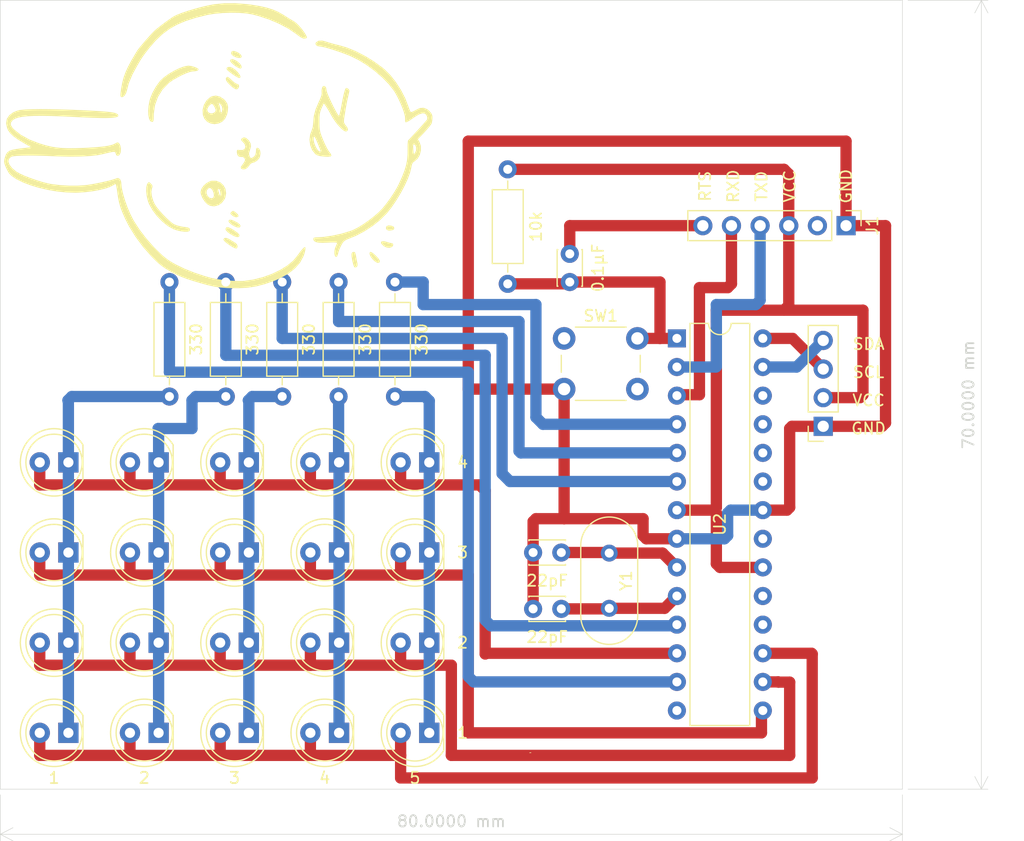
<source format=kicad_pcb>
(kicad_pcb (version 20240108) (generator "pcbnew") (generator_version "8.0")
  (layers (0 "F.Cu" signal) (31 "B.Cu" signal) (34 "B.Paste" user) (35 "F.Paste" user) (36 "B.SilkS" user "B.Silkscreen") (37 "F.SilkS" user "F.Silkscreen") (38 "B.Mask" user) (39 "F.Mask" user) (44 "Edge.Cuts" user))
  (net 0 "")
  (net 1 "Net-(U2-XTAL1{slash}PB6)")
  (net 2 "GND")
  (net 3 "Net-(U2-XTAL2{slash}PB7)")
  (net 4 "Net-(U2-~{RESET}{slash}PC6)")
  (net 5 "Net-(J1-Pin_6)")
  (net 6 "low1")
  (net 7 "high1")
  (net 8 "low2")
  (net 9 "low3")
  (net 10 "low4")
  (net 11 "low5")
  (net 12 "high2")
  (net 13 "high3")
  (net 14 "VCC")
  (net 15 "Net-(J1-Pin_5)")
  (net 16 "Net-(J1-Pin_4)")
  (net 18 "Net-(J2-Pin_4)")
  (net 19 "Net-(J2-Pin_3)")
  (net 28 "high4")
  (net 29 "Net-(U2-PD7)")
  (net 30 "Net-(U2-PD2)")
  (net 31 "Net-(U2-PD3)")
  (net 32 "Net-(U2-PD4)")
  (net 33 "Net-(U2-PD5)")
  (footprint "LED_THT:LED_D5.0mm" (layer "F.Cu") (at 98.04 69 180)
    (property "Reference" "5" (at 1.27 -20 0) (layer "F.SilkS"))
    (property "Value" "LED" (hide yes))
    (pad "1" thru_hole rect (at 0 0 180) (size 1.8 1.8) (drill 0.9) (layers "*.Cu" "*.Mask") (net 11 "low5"))
    (pad "2" thru_hole circle (at 2.54 0 180) (size 1.8 1.8) (drill 0.9) (layers "*.Cu" "*.Mask") (net 7 "high1"))
  )
  (footprint "LED_THT:LED_D5.0mm" (layer "F.Cu") (at 66.04 85 180)
    (property "Reference" "D11" (hide yes))
    (property "Value" "LED" (hide yes))
    (pad "1" thru_hole rect (at 0 0 180) (size 1.8 1.8) (drill 0.9) (layers "*.Cu" "*.Mask") (net 6 "low1"))
    (pad "2" thru_hole circle (at 2.54 0 180) (size 1.8 1.8) (drill 0.9) (layers "*.Cu" "*.Mask") (net 13 "high3"))
  )
  (footprint "LED_THT:LED_D5.0mm" (layer "F.Cu") (at 66.04 69 180)
    (property "Reference" "1" (at 1.27 -20 0) (layer "F.SilkS"))
    (property "Value" "LED" (hide yes))
    (pad "1" thru_hole rect (at 0 0 180) (size 1.8 1.8) (drill 0.9) (layers "*.Cu" "*.Mask") (net 6 "low1"))
    (pad "2" thru_hole circle (at 2.54 0 180) (size 1.8 1.8) (drill 0.9) (layers "*.Cu" "*.Mask") (net 7 "high1"))
  )
  (footprint "LED_THT:LED_D5.0mm" (layer "F.Cu") (at 82.04 61 180)
    (property "Reference" "D18" (hide yes))
    (property "Value" "LED")
    (pad "1" thru_hole rect (at 0 0 180) (size 1.8 1.8) (drill 0.9) (layers "*.Cu" "*.Mask") (net 9 "low3"))
    (pad "2" thru_hole circle (at 2.54 0 180) (size 1.8 1.8) (drill 0.9) (layers "*.Cu" "*.Mask") (net 28 "high4"))
  )
  (footprint "Package_DIP:DIP-28_W7.62mm" (layer "F.Cu") (at 120 50)
    (property "Reference" "U2" (at 3.81 16.5 -90) (layer "F.SilkS"))
    (property "Value" "ATmega328-P")
    (pad "1" thru_hole rect (at 0 0) (size 1.6 1.6) (drill 0.8) (layers "*.Cu" "*.Mask") (net 4 "Net-(U2-~{RESET}{slash}PC6)"))
    (pad "2" thru_hole oval (at 0 2.54) (size 1.6 1.6) (drill 0.8) (layers "*.Cu" "*.Mask") (net 16 "Net-(J1-Pin_4)"))
    (pad "3" thru_hole oval (at 0 5.08) (size 1.6 1.6) (drill 0.8) (layers "*.Cu" "*.Mask") (net 15 "Net-(J1-Pin_5)"))
    (pad "4" thru_hole oval (at 0 7.62) (size 1.6 1.6) (drill 0.8) (layers "*.Cu" "*.Mask") (net 30 "Net-(U2-PD2)"))
    (pad "5" thru_hole oval (at 0 10.16) (size 1.6 1.6) (drill 0.8) (layers "*.Cu" "*.Mask") (net 31 "Net-(U2-PD3)"))
    (pad "6" thru_hole oval (at 0 12.7) (size 1.6 1.6) (drill 0.8) (layers "*.Cu" "*.Mask") (net 32 "Net-(U2-PD4)"))
    (pad "7" thru_hole oval (at 0 15.24) (size 1.6 1.6) (drill 0.8) (layers "*.Cu" "*.Mask") (net 14 "VCC"))
    (pad "8" thru_hole oval (at 0 17.78) (size 1.6 1.6) (drill 0.8) (layers "*.Cu" "*.Mask") (net 2 "GND"))
    (pad "9" thru_hole oval (at 0 20.32) (size 1.6 1.6) (drill 0.8) (layers "*.Cu" "*.Mask") (net 1 "Net-(U2-XTAL1{slash}PB6)"))
    (pad "10" thru_hole oval (at 0 22.86) (size 1.6 1.6) (drill 0.8) (layers "*.Cu" "*.Mask") (net 3 "Net-(U2-XTAL2{slash}PB7)"))
    (pad "11" thru_hole oval (at 0 25.4) (size 1.6 1.6) (drill 0.8) (layers "*.Cu" "*.Mask") (net 33 "Net-(U2-PD5)"))
    (pad "12" thru_hole oval (at 0 27.94) (size 1.6 1.6) (drill 0.8) (layers "*.Cu" "*.Mask") (net 28 "high4"))
    (pad "13" thru_hole oval (at 0 30.48) (size 1.6 1.6) (drill 0.8) (layers "*.Cu" "*.Mask") (net 29 "Net-(U2-PD7)"))
    (pad "14" thru_hole oval (at 0 33.02) (size 1.6 1.6) (drill 0.8) (layers "*.Cu" "*.Mask"))
    (pad "15" thru_hole oval (at 7.62 33.02) (size 1.6 1.6) (drill 0.8) (layers "*.Cu" "*.Mask") (net 7 "high1"))
    (pad "16" thru_hole oval (at 7.62 30.48) (size 1.6 1.6) (drill 0.8) (layers "*.Cu" "*.Mask") (net 12 "high2"))
    (pad "17" thru_hole oval (at 7.62 27.94) (size 1.6 1.6) (drill 0.8) (layers "*.Cu" "*.Mask") (net 13 "high3"))
    (pad "18" thru_hole oval (at 7.62 25.4) (size 1.6 1.6) (drill 0.8) (layers "*.Cu" "*.Mask"))
    (pad "19" thru_hole oval (at 7.62 22.86) (size 1.6 1.6) (drill 0.8) (layers "*.Cu" "*.Mask"))
    (pad "20" thru_hole oval (at 7.62 20.32) (size 1.6 1.6) (drill 0.8) (layers "*.Cu" "*.Mask") (net 14 "VCC"))
    (pad "21" thru_hole oval (at 7.62 17.78) (size 1.6 1.6) (drill 0.8) (layers "*.Cu" "*.Mask"))
    (pad "22" thru_hole oval (at 7.62 15.24) (size 1.6 1.6) (drill 0.8) (layers "*.Cu" "*.Mask") (net 2 "GND"))
    (pad "23" thru_hole oval (at 7.62 12.7) (size 1.6 1.6) (drill 0.8) (layers "*.Cu" "*.Mask"))
    (pad "24" thru_hole oval (at 7.62 10.16) (size 1.6 1.6) (drill 0.8) (layers "*.Cu" "*.Mask"))
    (pad "25" thru_hole oval (at 7.62 7.62) (size 1.6 1.6) (drill 0.8) (layers "*.Cu" "*.Mask"))
    (pad "26" thru_hole oval (at 7.62 5.08) (size 1.6 1.6) (drill 0.8) (layers "*.Cu" "*.Mask"))
    (pad "27" thru_hole oval (at 7.62 2.54) (size 1.6 1.6) (drill 0.8) (layers "*.Cu" "*.Mask") (net 18 "Net-(J2-Pin_4)"))
    (pad "28" thru_hole oval (at 7.62 0) (size 1.6 1.6) (drill 0.8) (layers "*.Cu" "*.Mask") (net 19 "Net-(J2-Pin_3)"))
  )
  (footprint "Resistor_THT:R_Axial_DIN0207_L6.3mm_D2.5mm_P10.16mm_Horizontal" (layer "F.Cu") (at 95 45 -90)
    (property "Reference" "330" (at 5.08 -2.37 90) (layer "F.SilkS"))
    (property "Value" "330")
    (pad "1" thru_hole circle (at 0 0 270) (size 1.6 1.6) (drill 0.8) (layers "*.Cu" "*.Mask") (net 30 "Net-(U2-PD2)"))
    (pad "2" thru_hole oval (at 10.16 0 270) (size 1.6 1.6) (drill 0.8) (layers "*.Cu" "*.Mask") (net 11 "low5"))
  )
  (footprint "LED_THT:LED_D5.0mm" (layer "F.Cu") (at 82.04 85 180)
    (property "Reference" "D13" (hide yes))
    (property "Value" "LED" (hide yes))
    (pad "1" thru_hole rect (at 0 0 180) (size 1.8 1.8) (drill 0.9) (layers "*.Cu" "*.Mask") (net 9 "low3"))
    (pad "2" thru_hole circle (at 2.54 0 180) (size 1.8 1.8) (drill 0.9) (layers "*.Cu" "*.Mask") (net 13 "high3"))
  )
  (footprint "Resistor_THT:R_Axial_DIN0207_L6.3mm_D2.5mm_P10.16mm_Horizontal" (layer "F.Cu") (at 85 45 -90)
    (property "Reference" "330" (at 5.08 -2.37 90) (layer "F.SilkS"))
    (property "Value" "330" (hide yes))
    (pad "1" thru_hole circle (at 0 0 270) (size 1.6 1.6) (drill 0.8) (layers "*.Cu" "*.Mask") (net 32 "Net-(U2-PD4)"))
    (pad "2" thru_hole oval (at 10.16 0 270) (size 1.6 1.6) (drill 0.8) (layers "*.Cu" "*.Mask") (net 9 "low3"))
  )
  (footprint "LED_THT:LED_D5.0mm" (layer "F.Cu") (at 74.04 61 180)
    (property "Reference" "D17" (hide yes))
    (property "Value" "LED")
    (pad "1" thru_hole rect (at 0 0 180) (size 1.8 1.8) (drill 0.9) (layers "*.Cu" "*.Mask") (net 8 "low2"))
    (pad "2" thru_hole circle (at 2.54 0 180) (size 1.8 1.8) (drill 0.9) (layers "*.Cu" "*.Mask") (net 28 "high4"))
  )
  (footprint "Capacitor_THT:C_Disc_D3.0mm_W2.0mm_P2.50mm" (layer "F.Cu") (at 109.75 74 180)
    (property "Reference" "22pF" (at 1.25 -2.5 0) (layer "F.SilkS"))
    (property "Value" "22p")
    (pad "1" thru_hole circle (at 0 0 180) (size 1.6 1.6) (drill 0.8) (layers "*.Cu" "*.Mask") (net 3 "Net-(U2-XTAL2{slash}PB7)"))
    (pad "2" thru_hole circle (at 2.5 0 180) (size 1.6 1.6) (drill 0.8) (layers "*.Cu" "*.Mask") (net 2 "GND"))
  )
  (footprint "yaha.pritty:yaha" (layer "F.Cu") (at 78.5 36 90)
    (property "Reference" "G***" (hide yes))
    (property "Value" "LOGO" (hide yes))
  )
  (footprint "LED_THT:LED_D5.0mm" (layer "F.Cu") (at 74.04 69 180)
    (property "Reference" "2" (at 1.27 -20 0) (layer "F.SilkS"))
    (property "Value" "LED" (hide yes))
    (pad "1" thru_hole rect (at 0 0 180) (size 1.8 1.8) (drill 0.9) (layers "*.Cu" "*.Mask") (net 8 "low2"))
    (pad "2" thru_hole circle (at 2.54 0 180) (size 1.8 1.8) (drill 0.9) (layers "*.Cu" "*.Mask") (net 7 "high1"))
  )
  (footprint "LED_THT:LED_D5.0mm" (layer "F.Cu") (at 90.04 77 180)
    (property "Reference" "D9" (hide yes))
    (property "Value" "LED" (hide yes))
    (pad "1" thru_hole rect (at 0 0 180) (size 1.8 1.8) (drill 0.9) (layers "*.Cu" "*.Mask") (net 10 "low4"))
    (pad "2" thru_hole circle (at 2.54 0 180) (size 1.8 1.8) (drill 0.9) (layers "*.Cu" "*.Mask") (net 12 "high2"))
  )
  (footprint "Resistor_THT:R_Axial_DIN0207_L6.3mm_D2.5mm_P10.16mm_Horizontal" (layer "F.Cu") (at 90 45 -90)
    (property "Reference" "330" (at 5.08 -2.37 90) (layer "F.SilkS"))
    (property "Value" "330" (hide yes))
    (pad "1" thru_hole circle (at 0 0 270) (size 1.6 1.6) (drill 0.8) (layers "*.Cu" "*.Mask") (net 31 "Net-(U2-PD3)"))
    (pad "2" thru_hole oval (at 10.16 0 270) (size 1.6 1.6) (drill 0.8) (layers "*.Cu" "*.Mask") (net 10 "low4"))
  )
  (footprint "Resistor_THT:R_Axial_DIN0207_L6.3mm_D2.5mm_P10.16mm_Horizontal" (layer "F.Cu") (at 75 45 -90)
    (property "Reference" "330" (at 5.08 -2.37 90) (layer "F.SilkS"))
    (property "Value" "330")
    (pad "1" thru_hole circle (at 0 0 270) (size 1.6 1.6) (drill 0.8) (layers "*.Cu" "*.Mask") (net 29 "Net-(U2-PD7)"))
    (pad "2" thru_hole oval (at 10.16 0 270) (size 1.6 1.6) (drill 0.8) (layers "*.Cu" "*.Mask") (net 6 "low1"))
  )
  (footprint "LED_THT:LED_D5.0mm" (layer "F.Cu") (at 90.04 69 180)
    (property "Reference" "4" (at 1.27 -20 0) (layer "F.SilkS"))
    (property "Value" "LED" (hide yes))
    (pad "1" thru_hole rect (at 0 0 180) (size 1.8 1.8) (drill 0.9) (layers "*.Cu" "*.Mask") (net 10 "low4"))
    (pad "2" thru_hole circle (at 2.54 0 180) (size 1.8 1.8) (drill 0.9) (layers "*.Cu" "*.Mask") (net 7 "high1"))
  )
  (footprint "Crystal:Crystal_HC18-U_Vertical" (layer "F.Cu") (at 114 69.05 -90)
    (property "Reference" "Y1" (at 2.45 -1.5 90) (layer "F.SilkS"))
    (property "Value" "16MHz")
    (pad "1" thru_hole circle (at 0 0 270) (size 1.5 1.5) (drill 0.8) (layers "*.Cu" "*.Mask") (net 1 "Net-(U2-XTAL1{slash}PB6)"))
    (pad "2" thru_hole circle (at 4.9 0 270) (size 1.5 1.5) (drill 0.8) (layers "*.Cu" "*.Mask") (net 3 "Net-(U2-XTAL2{slash}PB7)"))
  )
  (footprint "Capacitor_THT:C_Disc_D3.0mm_W2.0mm_P2.50mm" (layer "F.Cu") (at 109.75 69 180)
    (property "Reference" "22pF" (at 1.25 -2.5 0) (layer "F.SilkS"))
    (property "Value" "22p")
    (pad "1" thru_hole circle (at 0 0 180) (size 1.6 1.6) (drill 0.8) (layers "*.Cu" "*.Mask") (net 1 "Net-(U2-XTAL1{slash}PB6)"))
    (pad "2" thru_hole circle (at 2.5 0 180) (size 1.6 1.6) (drill 0.8) (layers "*.Cu" "*.Mask") (net 2 "GND"))
  )
  (footprint "Resistor_THT:R_Axial_DIN0207_L6.3mm_D2.5mm_P10.16mm_Horizontal" (layer "F.Cu") (at 80 45 -90)
    (property "Reference" "330" (at 5.08 -2.37 90) (layer "F.SilkS"))
    (property "Value" "330" (hide yes))
    (pad "1" thru_hole circle (at 0 0 270) (size 1.6 1.6) (drill 0.8) (layers "*.Cu" "*.Mask") (net 33 "Net-(U2-PD5)"))
    (pad "2" thru_hole oval (at 10.16 0 270) (size 1.6 1.6) (drill 0.8) (layers "*.Cu" "*.Mask") (net 8 "low2"))
  )
  (footprint "LED_THT:LED_D5.0mm" (layer "F.Cu") (at 98.04 77 180)
    (property "Reference" "D10" (hide yes))
    (property "Value" "LED" (hide yes))
    (pad "1" thru_hole rect (at 0 0 180) (size 1.8 1.8) (drill 0.9) (layers "*.Cu" "*.Mask") (net 11 "low5"))
    (pad "2" thru_hole circle (at 2.54 0 180) (size 1.8 1.8) (drill 0.9) (layers "*.Cu" "*.Mask") (net 12 "high2"))
  )
  (footprint "Button_Switch_THT:SW_PUSH_6mm" (layer "F.Cu") (at 110 50)
    (property "Reference" "SW1" (at 3.25 -2 0) (layer "F.SilkS"))
    (property "Value" "SW_Push")
    (pad "1" thru_hole circle (at 0 0 90) (size 2 2) (drill 1.1) (layers "*.Cu" "*.Mask") (net 4 "Net-(U2-~{RESET}{slash}PC6)"))
    (pad "1" thru_hole circle (at 6.5 0 90) (size 2 2) (drill 1.1) (layers "*.Cu" "*.Mask") (net 4 "Net-(U2-~{RESET}{slash}PC6)"))
    (pad "2" thru_hole circle (at 0 4.5 90) (size 2 2) (drill 1.1) (layers "*.Cu" "*.Mask") (net 2 "GND"))
    (pad "2" thru_hole circle (at 6.5 4.5 90) (size 2 2) (drill 1.1) (layers "*.Cu" "*.Mask") (net 2 "GND"))
  )
  (footprint "Connector_PinHeader_2.54mm:PinHeader_1x06_P2.54mm_Vertical" (layer "F.Cu") (at 135 40 -90)
    (property "Reference" "J1" (at 0 -2.33 90) (layer "F.SilkS"))
    (property "Value" "CH340E_MODULE")
    (pad "1" thru_hole rect (at 0 0 270) (size 1.7 1.7) (drill 1) (layers "*.Cu" "*.Mask") (net 2 "GND"))
    (pad "2" thru_hole oval (at 0 2.54 270) (size 1.7 1.7) (drill 1) (layers "*.Cu" "*.Mask"))
    (pad "3" thru_hole oval (at 0 5.08 270) (size 1.7 1.7) (drill 1) (layers "*.Cu" "*.Mask") (net 14 "VCC"))
    (pad "4" thru_hole oval (at 0 7.62 270) (size 1.7 1.7) (drill 1) (layers "*.Cu" "*.Mask") (net 16 "Net-(J1-Pin_4)"))
    (pad "5" thru_hole oval (at 0 10.16 270) (size 1.7 1.7) (drill 1) (layers "*.Cu" "*.Mask") (net 15 "Net-(J1-Pin_5)"))
    (pad "6" thru_hole oval (at 0 12.7 270) (size 1.7 1.7) (drill 1) (layers "*.Cu" "*.Mask") (net 5 "Net-(J1-Pin_6)"))
  )
  (footprint "Connector_PinSocket_2.54mm:PinSocket_1x04_P2.54mm_Vertical" (layer "F.Cu") (at 132.975 57.8 180)
    (property "Reference" "J2" (hide yes))
    (property "Value" "display")
    (pad "1" thru_hole rect (at 0 0 180) (size 1.7 1.7) (drill 1) (layers "*.Cu" "*.Mask") (net 2 "GND"))
    (pad "2" thru_hole oval (at 0 2.54 180) (size 1.7 1.7) (drill 1) (layers "*.Cu" "*.Mask") (net 14 "VCC"))
    (pad "3" thru_hole oval (at 0 5.08 180) (size 1.7 1.7) (drill 1) (layers "*.Cu" "*.Mask") (net 19 "Net-(J2-Pin_3)"))
    (pad "4" thru_hole oval (at 0 7.62 180) (size 1.7 1.7) (drill 1) (layers "*.Cu" "*.Mask") (net 18 "Net-(J2-Pin_4)"))
  )
  (footprint "LED_THT:LED_D5.0mm" (layer "F.Cu") (at 98.04 85 180)
    (property "Reference" "D15" (hide yes))
    (property "Value" "LED" (hide yes))
    (pad "1" thru_hole rect (at 0 0 180) (size 1.8 1.8) (drill 0.9) (layers "*.Cu" "*.Mask") (net 11 "low5"))
    (pad "2" thru_hole circle (at 2.54 0 180) (size 1.8 1.8) (drill 0.9) (layers "*.Cu" "*.Mask") (net 13 "high3"))
  )
  (footprint "LED_THT:LED_D5.0mm" (layer "F.Cu") (at 82.04 69 180)
    (property "Reference" "3" (at 1.27 -20 0) (layer "F.SilkS"))
    (property "Value" "LED" (hide yes))
    (pad "1" thru_hole rect (at 0 0 180) (size 1.8 1.8) (drill 0.9) (layers "*.Cu" "*.Mask") (net 9 "low3"))
    (pad "2" thru_hole circle (at 2.54 0 180) (size 1.8 1.8) (drill 0.9) (layers "*.Cu" "*.Mask") (net 7 "high1"))
  )
  (footprint "LED_THT:LED_D5.0mm" (layer "F.Cu") (at 66.04 77 180)
    (property "Reference" "D6" (hide yes))
    (property "Value" "LED" (hide yes))
    (pad "1" thru_hole rect (at 0 0 180) (size 1.8 1.8) (drill 0.9) (layers "*.Cu" "*.Mask") (net 6 "low1"))
    (pad "2" thru_hole circle (at 2.54 0 180) (size 1.8 1.8) (drill 0.9) (layers "*.Cu" "*.Mask") (net 12 "high2"))
  )
  (footprint "LED_THT:LED_D5.0mm" (layer "F.Cu") (at 74.04 77 180)
    (property "Reference" "D7" (hide yes))
    (property "Value" "LED" (hide yes))
    (pad "1" thru_hole rect (at 0 0 180) (size 1.8 1.8) (drill 0.9) (layers "*.Cu" "*.Mask") (net 8 "low2"))
    (pad "2" thru_hole circle (at 2.54 0 180) (size 1.8 1.8) (drill 0.9) (layers "*.Cu" "*.Mask") (net 12 "high2"))
  )
  (footprint "LED_THT:LED_D5.0mm" (layer "F.Cu") (at 74.04 85 180)
    (property "Reference" "D12" (hide yes))
    (property "Value" "LED" (hide yes))
    (pad "1" thru_hole rect (at 0 0 180) (size 1.8 1.8) (drill 0.9) (layers "*.Cu" "*.Mask") (net 8 "low2"))
    (pad "2" thru_hole circle (at 2.54 0 180) (size 1.8 1.8) (drill 0.9) (layers "*.Cu" "*.Mask") (net 13 "high3"))
  )
  (footprint "LED_THT:LED_D5.0mm" (layer "F.Cu") (at 90.04 61 180)
    (property "Reference" "D19" (hide yes))
    (property "Value" "LED")
    (pad "1" thru_hole rect (at 0 0 180) (size 1.8 1.8) (drill 0.9) (layers "*.Cu" "*.Mask") (net 10 "low4"))
    (pad "2" thru_hole circle (at 2.54 0 180) (size 1.8 1.8) (drill 0.9) (layers "*.Cu" "*.Mask") (net 28 "high4"))
  )
  (footprint "Resistor_THT:R_Axial_DIN0207_L6.3mm_D2.5mm_P10.16mm_Horizontal" (layer "F.Cu") (at 105 35 -90)
    (property "Reference" "10k" (at 5.08 -2.5 90) (layer "F.SilkS"))
    (property "Value" "10k")
    (pad "1" thru_hole circle (at 0 0 270) (size 1.6 1.6) (drill 0.8) (layers "*.Cu" "*.Mask") (net 14 "VCC"))
    (pad "2" thru_hole oval (at 10.16 0 270) (size 1.6 1.6) (drill 0.8) (layers "*.Cu" "*.Mask") (net 4 "Net-(U2-~{RESET}{slash}PC6)"))
  )
  (footprint "LED_THT:LED_D5.0mm" (layer "F.Cu") (at 82.04 77 180)
    (property "Reference" "D8" (hide yes))
    (property "Value" "LED" (hide yes))
    (pad "1" thru_hole rect (at 0 0 180) (size 1.8 1.8) (drill 0.9) (layers "*.Cu" "*.Mask") (net 9 "low3"))
    (pad "2" thru_hole circle (at 2.54 0 180) (size 1.8 1.8) (drill 0.9) (layers "*.Cu" "*.Mask") (net 12 "high2"))
  )
  (footprint "Capacitor_THT:C_Disc_D3.0mm_W2.0mm_P2.50mm" (layer "F.Cu") (at 110.5 45 90)
    (property "Reference" "0.1μF" (at 1.25 2.5 90) (layer "F.SilkS"))
    (property "Value" "0.1μ")
    (pad "1" thru_hole circle (at 0 0 90) (size 1.6 1.6) (drill 0.8) (layers "*.Cu" "*.Mask") (net 4 "Net-(U2-~{RESET}{slash}PC6)"))
    (pad "2" thru_hole circle (at 2.5 0 90) (size 1.6 1.6) (drill 0.8) (layers "*.Cu" "*.Mask") (net 5 "Net-(J1-Pin_6)"))
  )
  (footprint "LED_THT:LED_D5.0mm" (layer "F.Cu") (at 90.04 85 180)
    (property "Reference" "D14" (hide yes))
    (property "Value" "LED" (hide yes))
    (pad "1" thru_hole rect (at 0 0 180) (size 1.8 1.8) (drill 0.9) (layers "*.Cu" "*.Mask") (net 10 "low4"))
    (pad "2" thru_hole circle (at 2.54 0 180) (size 1.8 1.8) (drill 0.9) (layers "*.Cu" "*.Mask") (net 13 "high3"))
  )
  (footprint "LED_THT:LED_D5.0mm" (layer "F.Cu") (at 98.04 61 180)
    (property "Reference" "D20" (hide yes))
    (property "Value" "LED")
    (pad "1" thru_hole rect (at 0 0 180) (size 1.8 1.8) (drill 0.9) (layers "*.Cu" "*.Mask") (net 11 "low5"))
    (pad "2" thru_hole circle (at 2.54 0 180) (size 1.8 1.8) (drill 0.9) (layers "*.Cu" "*.Mask") (net 28 "high4"))
  )
  (footprint "LED_THT:LED_D5.0mm" (layer "F.Cu") (at 66.04 61 180)
    (property "Reference" "D16" (hide yes))
    (property "Value" "LED")
    (pad "1" thru_hole rect (at 0 0 180) (size 1.8 1.8) (drill 0.9) (layers "*.Cu" "*.Mask") (net 6 "low1"))
    (pad "2" thru_hole circle (at 2.54 0 180) (size 1.8 1.8) (drill 0.9) (layers "*.Cu" "*.Mask") (net 28 "high4"))
  )
  (gr_rect (start 60 20) (end 140 90) (stroke (width 0.05)) (fill none) (layer "Edge.Cuts"))
  (gr_text "VCC" (at 130 36.5 90) (layer "F.SilkS") (effects (font (size 1 1))))
  (gr_text "VCC" (at 137 55.5 0) (layer "F.SilkS") (effects (font (size 1 1))))
  (gr_text "4" (at 101 61 0) (layer "F.SilkS") (effects (font (size 1 1))))
  (gr_text "SCL" (at 137 53 0) (layer "F.SilkS") (effects (font (size 1 1))))
  (gr_text "GND" (at 135 36.5 90) (layer "F.SilkS") (effects (font (size 1 1))))
  (gr_text "RXD" (at 125 36.5 90) (layer "F.SilkS") (effects (font (size 1 1))))
  (gr_text "TXD" (at 127.5 36.5 90) (layer "F.SilkS") (effects (font (size 1 1))))
  (gr_text "RTS" (at 122.5 36.5 90) (layer "F.SilkS") (effects (font (size 1 1))))
  (gr_text "3" (at 101 69 0) (layer "F.SilkS") (effects (font (size 1 1))))
  (gr_text "SDA" (at 137 50.5 0) (layer "F.SilkS") (effects (font (size 1 1))))
  (gr_text "2" (at 101 77 0) (layer "F.SilkS") (effects (font (size 1 1))))
  (gr_text "GND" (at 137 58 0) (layer "F.SilkS") (effects (font (size 1 1))))
  (gr_text "1" (at 101 85 0) (layer "F.SilkS") (effects (font (size 1 1))))
  (dimension (type aligned) (layer "Edge.Cuts") (pts (xy 140 90) (xy 140 20)) (height 7) (gr_text "70.0000 mm" (at 145.85 55 90) (layer "Edge.Cuts") (effects (font (size 1 1) (thickness 0.15)))) (format (prefix "") (suffix "") (units 3) (units_format 1) (precision 4)) (style (thickness 0.05) (arrow_length 1.27) (text_position_mode 0) (extension_height 0.58642) (extension_offset 0.5) keep_text_aligned))
  (dimension (type aligned) (layer "Edge.Cuts") (pts (xy 60 90) (xy 140 90)) (height 4) (gr_text "80.0000 mm" (at 100 92.85 0) (layer "Edge.Cuts") (effects (font (size 1 1) (thickness 0.15)))) (format (prefix "") (suffix "") (units 3) (units_format 1) (precision 4)) (style (thickness 0.05) (arrow_length 1.27) (text_position_mode 0) (extension_height 0.58642) (extension_offset 0.5) keep_text_aligned))
  (segment (start 118.73 69.05) (end 120 70.32) (width 1) (layer "F.Cu") (net 1))
  (segment (start 113.95 69) (end 114 69.05) (width 1) (layer "F.Cu") (net 1))
  (segment (start 109.75 69) (end 113.95 69) (width 1) (layer "F.Cu") (net 1))
  (segment (start 114 69.05) (end 118.73 69.05) (width 1) (layer "F.Cu") (net 1))
  (segment (start 138.5 40) (end 138.5 57.5) (width 1) (layer "F.Cu") (net 2))
  (segment (start 107.5 66) (end 110 66) (width 1) (layer "F.Cu") (net 2))
  (segment (start 129.76 65.24) (end 127.62 65.24) (width 1) (layer "F.Cu") (net 2))
  (segment (start 117.28 67.78) (end 117 67.5) (width 1) (layer "F.Cu") (net 2))
  (segment (start 101.5 54.5) (end 101.5 32.5) (width 1) (layer "F.Cu") (net 2))
  (segment (start 130 65) (end 129.76 65.24) (width 1) (layer "F.Cu") (net 2))
  (segment (start 107.25 69) (end 107.25 66.25) (width 1) (layer "F.Cu") (net 2))
  (segment (start 110 66) (end 110 54.5) (width 1) (layer "F.Cu") (net 2))
  (segment (start 107.25 69) (end 107.25 74) (width 1) (layer "F.Cu") (net 2))
  (segment (start 130.2 57.8) (end 130 58) (width 1) (layer "F.Cu") (net 2))
  (segment (start 110 66) (end 117 66) (width 1) (layer "F.Cu") (net 2))
  (segment (start 110 54.5) (end 101.5 54.5) (width 1) (layer "F.Cu") (net 2))
  (segment (start 138.5 57.5) (end 138.2 57.8) (width 1) (layer "F.Cu") (net 2))
  (segment (start 120 67.78) (end 117.28 67.78) (width 1) (layer "F.Cu") (net 2))
  (segment (start 138.2 57.8) (end 132.975 57.8) (width 1) (layer "F.Cu") (net 2))
  (segment (start 101.5 32.5) (end 135 32.5) (width 1) (layer "F.Cu") (net 2))
  (segment (start 132.975 57.8) (end 130.2 57.8) (width 1) (layer "F.Cu") (net 2))
  (segment (start 135 40) (end 138.5 40) (width 1) (layer "F.Cu") (net 2))
  (segment (start 117 66) (end 117 67.5) (width 1) (layer "F.Cu") (net 2))
  (segment (start 135 32.5) (end 135 40) (width 1) (layer "F.Cu") (net 2))
  (segment (start 130 58) (end 130 65) (width 1) (layer "F.Cu") (net 2))
  (segment (start 107.25 66.25) (end 107.5 66) (width 1) (layer "F.Cu") (net 2))
  (segment (start 127.62 65.24) (end 124.76 65.24) (width 1) (layer "B.Cu") (net 2))
  (segment (start 124.22 67.78) (end 124.5 67.5) (width 1) (layer "B.Cu") (net 2))
  (segment (start 120 67.78) (end 124.22 67.78) (width 1) (layer "B.Cu") (net 2))
  (segment (start 124.5 67.5) (end 124.5 65.5) (width 1) (layer "B.Cu") (net 2))
  (segment (start 124.76 65.24) (end 124.5 65.5) (width 1) (layer "B.Cu") (net 2))
  (segment (start 113.95 74) (end 114 73.95) (width 1) (layer "F.Cu") (net 3))
  (segment (start 118.91 73.95) (end 120 72.86) (width 1) (layer "F.Cu") (net 3))
  (segment (start 114 73.95) (end 118.91 73.95) (width 1) (layer "F.Cu") (net 3))
  (segment (start 109.75 74) (end 113.95 74) (width 1) (layer "F.Cu") (net 3))
  (segment (start 110.34 45.16) (end 110.5 45) (width 1) (layer "F.Cu") (net 4))
  (segment (start 118.5 50) (end 120 50) (width 1) (layer "F.Cu") (net 4))
  (segment (start 105 45.16) (end 110.34 45.16) (width 1) (layer "F.Cu") (net 4))
  (segment (start 118.5 45) (end 118.5 50) (width 1) (layer "F.Cu") (net 4))
  (segment (start 118.5 50) (end 116.5 50) (width 1) (layer "F.Cu") (net 4))
  (segment (start 110.5 45) (end 118.5 45) (width 1) (layer "F.Cu") (net 4))
  (segment (start 110.5 40) (end 110.5 42.5) (width 1) (layer "F.Cu") (net 5))
  (segment (start 122.3 40) (end 110.5 40) (width 1) (layer "F.Cu") (net 5))
  (segment (start 75 55.16) (end 66.34 55.16) (width 1) (layer "B.Cu") (net 6))
  (segment (start 66.04 55.54) (end 66.04 61) (width 1) (layer "B.Cu") (net 6))
  (segment (start 66.34 55.16) (end 66 55.5) (width 1) (layer "B.Cu") (net 6))
  (segment (start 66.04 77) (end 66.04 85) (width 1) (layer "B.Cu") (net 6))
  (segment (start 66.04 61) (end 66.04 69) (width 1) (layer "B.Cu") (net 6))
  (segment (start 66.04 69) (end 66.04 77) (width 1) (layer "B.Cu") (net 6))
  (segment (start 66 55.5) (end 66.04 55.54) (width 1) (layer "B.Cu") (net 6))
  (segment (start 127.5 83.14) (end 127.62 83.02) (width 1) (layer "F.Cu") (net 7))
  (segment (start 71.5 71) (end 71.5 69) (width 1) (layer "F.Cu") (net 7))
  (segment (start 127.5 85) (end 127.5 83.14) (width 1) (layer "F.Cu") (net 7))
  (segment (start 63.5 71) (end 63.5 69) (width 1) (layer "F.Cu") (net 7))
  (segment (start 95.5 69) (end 95.5 71) (width 1) (layer "F.Cu") (net 7))
  (segment (start 87.5 71) (end 87.5 69) (width 1) (layer "F.Cu") (net 7))
  (segment (start 101.5 85) (end 127.5 85) (width 1) (layer "F.Cu") (net 7))
  (segment (start 79.5 71) (end 79.5 69) (width 1) (layer "F.Cu") (net 7))
  (segment (start 79.5 71) (end 71.5 71) (width 1) (layer "F.Cu") (net 7))
  (segment (start 95.5 71) (end 87.5 71) (width 1) (layer "F.Cu") (net 7))
  (segment (start 101.5 71) (end 101.5 85) (width 1) (layer "F.Cu") (net 7))
  (segment (start 71.5 71) (end 63.5 71) (width 1) (layer "F.Cu") (net 7))
  (segment (start 87.5 71) (end 79.5 71) (width 1) (layer "F.Cu") (net 7))
  (segment (start 95.5 71) (end 101.5 71) (width 1) (layer "F.Cu") (net 7))
  (segment (start 74.04 69) (end 74.04 77) (width 1) (layer "B.Cu") (net 8))
  (segment (start 74.04 58.04) (end 74.04 61) (width 1) (layer "B.Cu") (net 8))
  (segment (start 74.04 77) (end 74.04 85) (width 1) (layer "B.Cu") (net 8))
  (segment (start 80 55.16) (end 77.34 55.16) (width 1) (layer "B.Cu") (net 8))
  (segment (start 74.04 61) (end 74.04 69) (width 1) (layer "B.Cu") (net 8))
  (segment (start 74 58) (end 74.04 58.04) (width 1) (layer "B.Cu") (net 8))
  (segment (start 77 55.5) (end 77 58) (width 1) (layer "B.Cu") (net 8))
  (segment (start 77.34 55.16) (end 77 55.5) (width 1) (layer "B.Cu") (net 8))
  (segment (start 77 58) (end 74 58) (width 1) (layer "B.Cu") (net 8))
  (segment (start 82.04 77) (end 82.04 85) (width 1) (layer "B.Cu") (net 9))
  (segment (start 82.04 61) (end 82.04 69) (width 1) (layer "B.Cu") (net 9))
  (segment (start 82.34 55.16) (end 82 55.5) (width 1) (layer "B.Cu") (net 9))
  (segment (start 82.04 55.54) (end 82.04 61) (width 1) (layer "B.Cu") (net 9))
  (segment (start 85 55.16) (end 82.34 55.16) (width 1) (layer "B.Cu") (net 9))
  (segment (start 82.04 69) (end 82.04 77) (width 1) (layer "B.Cu") (net 9))
  (segment (start 82 55.5) (end 82.04 55.54) (width 1) (layer "B.Cu") (net 9))
  (segment (start 90 55.16) (end 90 60.96) (width 1) (layer "B.Cu") (net 10))
  (segment (start 90 60.96) (end 90.04 61) (width 1) (layer "B.Cu") (net 10))
  (segment (start 90.04 69) (end 90.04 77) (width 1) (layer "B.Cu") (net 10))
  (segment (start 90.04 61) (end 90.04 69) (width 1) (layer "B.Cu") (net 10))
  (segment (start 90.04 77) (end 90.04 85) (width 1) (layer "B.Cu") (net 10))
  (segment (start 98.04 77) (end 98.04 85) (width 1) (layer "B.Cu") (net 11))
  (segment (start 95 55.16) (end 97.66 55.16) (width 1) (layer "B.Cu") (net 11))
  (segment (start 98.04 69) (end 98.04 77) (width 1) (layer "B.Cu") (net 11))
  (segment (start 97.66 55.16) (end 98.04 55.54) (width 1) (layer "B.Cu") (net 11))
  (segment (start 98.145 68.265) (end 98.04 68.16) (width 1) (layer "B.Cu") (net 11))
  (segment (start 98.04 55.54) (end 98.04 61) (width 1) (layer "B.Cu") (net 11))
  (segment (start 98.04 61) (end 98.04 69) (width 1) (layer "B.Cu") (net 11))
  (segment (start 79.5 79) (end 71.5 79) (width 1) (layer "F.Cu") (net 12))
  (segment (start 95.5 79) (end 87.5 79) (width 1) (layer "F.Cu") (net 12))
  (segment (start 100 87) (end 100 79) (width 1) (layer "F.Cu") (net 12))
  (segment (start 95.5 79) (end 100 79) (width 1) (layer "F.Cu") (net 12))
  (segment (start 130 80.5) (end 129 80.5) (width 1) (layer "F.Cu") (net 12))
  (segment (start 71.5 79) (end 63.5 79) (width 1) (layer "F.Cu") (net 12))
  (segment (start 95.5 77) (end 95.5 79) (width 1) (layer "F.Cu") (net 12))
  (segment (start 87.5 79) (end 79.5 79) (width 1) (layer "F.Cu") (net 12))
  (segment (start 130 80.5) (end 130 87) (width 1) (layer "F.Cu") (net 12))
  (segment (start 128.98 80.48) (end 127.62 80.48) (width 1) (layer "F.Cu") (net 12))
  (segment (start 71.5 79) (end 71.5 77) (width 1) (layer "F.Cu") (net 12))
  (segment (start 87.5 79) (end 87.5 77) (width 1) (layer "F.Cu") (net 12))
  (segment (start 130 87) (end 100 87) (width 1) (layer "F.Cu") (net 12))
  (segment (start 79.5 79) (end 79.5 77) (width 1) (layer "F.Cu") (net 12))
  (segment (start 129 80.5) (end 128.98 80.48) (width 1) (layer "F.Cu") (net 12))
  (segment (start 63.5 79) (end 63.5 77) (width 1) (layer "F.Cu") (net 12))
  (segment (start 132 78) (end 132 89) (width 1) (layer "F.Cu") (net 13))
  (segment (start 127.62 77.94) (end 131.94 77.94) (width 1) (layer "F.Cu") (net 13))
  (segment (start 71.5 87) (end 63.5 87) (width 1) (layer "F.Cu") (net 13))
  (segment (start 131.94 77.94) (end 132 78) (width 1) (layer "F.Cu") (net 13))
  (segment (start 63.5 87) (end 63.5 85) (width 1) (layer "F.Cu") (net 13))
  (segment (start 71.5 87) (end 71.5 85) (width 1) (layer "F.Cu") (net 13))
  (segment (start 79.5 87) (end 79.5 85) (width 1) (layer "F.Cu") (net 13))
  (segment (start 87.5 87) (end 79.5 87) (width 1) (layer "F.Cu") (net 13))
  (segment (start 95.5 87) (end 87.5 87) (width 1) (layer "F.Cu") (net 13))
  (segment (start 95.5 85) (end 95.5 87) (width 1) (layer "F.Cu") (net 13))
  (segment (start 87.5 87) (end 87.5 85) (width 1) (layer "F.Cu") (net 13))
  (segment (start 95.5 89) (end 95.5 87) (width 1) (layer "F.Cu") (net 13))
  (segment (start 79.5 87) (end 71.5 87) (width 1) (layer "F.Cu") (net 13))
  (segment (start 132 89) (end 95.5 89) (width 1) (layer "F.Cu") (net 13))
  (segment (start 127.62 70.32) (end 123.82 70.32) (width 1) (layer "F.Cu") (net 14))
  (segment (start 129.5 35) (end 105 35) (width 1) (layer "F.Cu") (net 14))
  (segment (start 132.975 55.26) (end 136.24 55.26) (width 1) (layer "F.Cu") (net 14))
  (segment (start 123.26 65.24) (end 123.5 65.48) (width 1) (layer "F.Cu") (net 14))
  (segment (start 123.82 70.32) (end 123.5 70) (width 1) (layer "F.Cu") (net 14))
  (segment (start 136.5 55) (end 136.5 47.5) (width 1) (layer "F.Cu") (net 14))
  (segment (start 123.5 65.48) (end 123.5 70) (width 1) (layer "F.Cu") (net 14))
  (segment (start 123.26 65.24) (end 123.5 65) (width 1) (layer "F.Cu") (net 14))
  (segment (start 129.92 40) (end 129.92 35.42) (width 1) (layer "F.Cu") (net 14))
  (segment (start 129.92 47.08) (end 129.5 47.5) (width 1) (layer "F.Cu") (net 14))
  (segment (start 123.5 65) (end 123.5 47.5) (width 1) (layer "F.Cu") (net 14))
  (segment (start 136.24 55.26) (end 136.5 55) (width 1) (layer "F.Cu") (net 14))
  (segment (start 120 65.24) (end 123.26 65.24) (width 1) (layer "F.Cu") (net 14))
  (segment (start 136.5 47.5) (end 129.5 47.5) (width 1) (layer "F.Cu") (net 14))
  (segment (start 129.5 47.5) (end 123.5 47.5) (width 1) (layer "F.Cu") (net 14))
  (segment (start 129.92 40) (end 129.92 47.08) (width 1) (layer "F.Cu") (net 14))
  (segment (start 129.92 35.42) (end 129.5 35) (width 1) (layer "F.Cu") (net 14))
  (segment (start 124.84 40) (end 124.84 45.16) (width 1) (layer "F.Cu") (net 15))
  (segment (start 122 55) (end 120.08 55) (width 1) (layer "F.Cu") (net 15))
  (segment (start 124.84 45.16) (end 124.5 45.5) (width 1) (layer "F.Cu") (net 15))
  (segment (start 124.5 45.5) (end 122 45.5) (width 1) (layer "F.Cu") (net 15))
  (segment (start 122 45.5) (end 122 55) (width 1) (layer "F.Cu") (net 15))
  (segment (start 120.08 55) (end 120 55.08) (width 1) (layer "F.Cu") (net 15))
  (segment (start 120.04 52.5) (end 120 52.54) (width 1) (layer "F.Cu") (net 16))
  (segment (start 127.38 40) (end 127.38 46.62) (width 1) (layer "B.Cu") (net 16))
  (segment (start 127 47) (end 123.5 47) (width 1) (layer "B.Cu") (net 16))
  (segment (start 127.38 46.62) (end 127 47) (width 1) (layer "B.Cu") (net 16))
  (segment (start 123.5 52.5) (end 123.46 52.54) (width 1) (layer "B.Cu") (net 16))
  (segment (start 123.46 52.54) (end 120 52.54) (width 1) (layer "B.Cu") (net 16))
  (segment (start 123.5 47) (end 123.5 52.5) (width 1) (layer "B.Cu") (net 16))
  (segment (start 130.615 52.54) (end 132.975 50.18) (width 1) (layer "B.Cu") (net 18))
  (segment (start 127.62 52.54) (end 130.615 52.54) (width 1) (layer "B.Cu") (net 18))
  (segment (start 127.62 50) (end 130.255 50) (width 1) (layer "F.Cu") (net 19))
  (segment (start 130.255 50) (end 132.975 52.72) (width 1) (layer "F.Cu") (net 19))
  (segment (start 120 77.94) (end 103.06 77.94) (width 1) (layer "F.Cu") (net 28))
  (segment (start 87.5 63) (end 87.5 61) (width 1) (layer "F.Cu") (net 28))
  (segment (start 63.5 63) (end 63.5 61) (width 1) (layer "F.Cu") (net 28))
  (segment (start 103.06 77.94) (end 103 78) (width 1) (layer "F.Cu") (net 28))
  (segment (start 102.5 63) (end 95 63) (width 1) (layer "F.Cu") (net 28))
  (segment (start 95.5 61) (end 95.5 63) (width 1) (layer "F.Cu") (net 28))
  (segment (start 87.5 63) (end 79.5 63) (width 1) (layer "F.Cu") (net 28))
  (segment (start 103 78) (end 103 63.5) (width 1) (layer "F.Cu") (net 28))
  (segment (start 95.5 63) (end 95 63) (width 1) (layer "F.Cu") (net 28))
  (segment (start 95 63) (end 87.5 63) (width 1) (layer "F.Cu") (net 28))
  (segment (start 103 63.5) (end 102.5 63) (width 1) (layer "F.Cu") (net 28))
  (segment (start 71.5 63) (end 71.5 61) (width 1) (layer "F.Cu") (net 28))
  (segment (start 79.5 63) (end 71.5 63) (width 1) (layer "F.Cu") (net 28))
  (segment (start 71.5 63) (end 63.5 63) (width 1) (layer "F.Cu") (net 28))
  (segment (start 79.5 63) (end 79.5 61) (width 1) (layer "F.Cu") (net 28))
  (segment (start 101.5 53) (end 75 53) (width 1) (layer "B.Cu") (net 29))
  (segment (start 120 80.48) (end 101.98 80.48) (width 1) (layer "B.Cu") (net 29))
  (segment (start 101.98 80.48) (end 101.5 80) (width 1) (layer "B.Cu") (net 29))
  (segment (start 75 53) (end 75 45) (width 1) (layer "B.Cu") (net 29))
  (segment (start 101.5 80) (end 101.5 53) (width 1) (layer "B.Cu") (net 29))
  (segment (start 97.5 45) (end 95 45) (width 1) (layer "B.Cu") (net 30))
  (segment (start 97.5 47) (end 97.5 45) (width 1) (layer "B.Cu") (net 30))
  (segment (start 108.12 57.62) (end 107.5 57) (width 1) (layer "B.Cu") (net 30))
  (segment (start 107.5 47) (end 97.5 47) (width 1) (layer "B.Cu") (net 30))
  (segment (start 120 57.62) (end 108.12 57.62) (width 1) (layer "B.Cu") (net 30))
  (segment (start 107.5 57) (end 107.5 47) (width 1) (layer "B.Cu") (net 30))
  (segment (start 120 60.16) (end 106.16 60.16) (width 1) (layer "B.Cu") (net 31))
  (segment (start 90 48.5) (end 90 45) (width 1) (layer "B.Cu") (net 31))
  (segment (start 106 48.5) (end 90 48.5) (width 1) (layer "B.Cu") (net 31))
  (segment (start 106.16 60.16) (end 106 60) (width 1) (layer "B.Cu") (net 31))
  (segment (start 106 60) (end 106 48.5) (width 1) (layer "B.Cu") (net 31))
  (segment (start 104.5 62) (end 104.5 50) (width 1) (layer "B.Cu") (net 32))
  (segment (start 104.5 50) (end 85 50) (width 1) (layer "B.Cu") (net 32))
  (segment (start 120 62.7) (end 105.2 62.7) (width 1) (layer "B.Cu") (net 32))
  (segment (start 105.2 62.7) (end 104.5 62) (width 1) (layer "B.Cu") (net 32))
  (segment (start 85 50) (end 85 45) (width 1) (layer "B.Cu") (net 32))
  (segment (start 119.9 75.5) (end 120 75.4) (width 1) (layer "B.Cu") (net 33))
  (segment (start 103 75) (end 103.5 75.5) (width 1) (layer "B.Cu") (net 33))
  (segment (start 103 51.5) (end 103 75) (width 1) (layer "B.Cu") (net 33))
  (segment (start 80 45) (end 80 51.5) (width 1) (layer "B.Cu") (net 33))
  (segment (start 103.5 75.5) (end 119.9 75.5) (width 1) (layer "B.Cu") (net 33))
  (segment (start 80 51.5) (end 103 51.5) (width 1) (layer "B.Cu") (net 33))
)
</source>
